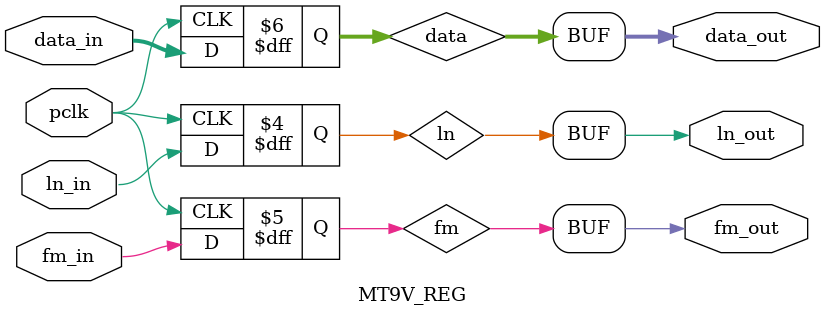
<source format=v>
`timescale 1 ns / 1 ps


module  MT9V_REG
   (
   pclk,
   data_in,   
   fm_in,
   ln_in,  
   data_out, 
   fm_out,
   ln_out  
   );
	
	input pclk;
	input [7:0] data_in;	
	input fm_in;
	input ln_in;	
	output [7:0] data_out;	
	output fm_out;
	output ln_out;	

	reg [7:0] data;
	reg fm;
	reg ln;	

	always @(posedge pclk)
	data <= #1 data_in;
	always @(posedge pclk)
	fm	 <= #1 fm_in;
	always @(posedge pclk)
	ln	 <= #1 ln_in;

	assign data_out = data;
	assign fm_out 	= fm;
	assign ln_out 	= ln;
  
endmodule

</source>
